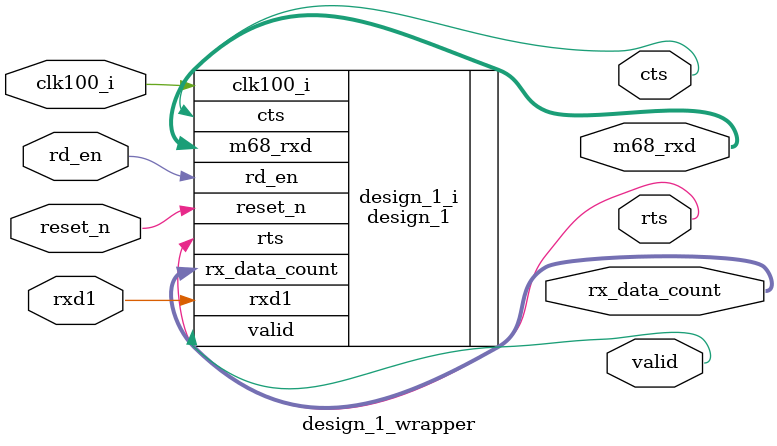
<source format=v>
`timescale 1 ps / 1 ps

module design_1_wrapper
   (clk100_i,
    cts,
    m68_rxd,
    rd_en,
    reset_n,
    rts,
    rx_data_count,
    rxd1,
    valid);
  input clk100_i;
  output cts;
  output [7:0]m68_rxd;
  input rd_en;
  input reset_n;
  output rts;
  output [8:0]rx_data_count;
  input rxd1;
  output valid;

  wire clk100_i;
  wire cts;
  wire [7:0]m68_rxd;
  wire rd_en;
  wire reset_n;
  wire rts;
  wire [8:0]rx_data_count;
  wire rxd1;
  wire valid;

  design_1 design_1_i
       (.clk100_i(clk100_i),
        .cts(cts),
        .m68_rxd(m68_rxd),
        .rd_en(rd_en),
        .reset_n(reset_n),
        .rts(rts),
        .rx_data_count(rx_data_count),
        .rxd1(rxd1),
        .valid(valid));
endmodule

</source>
